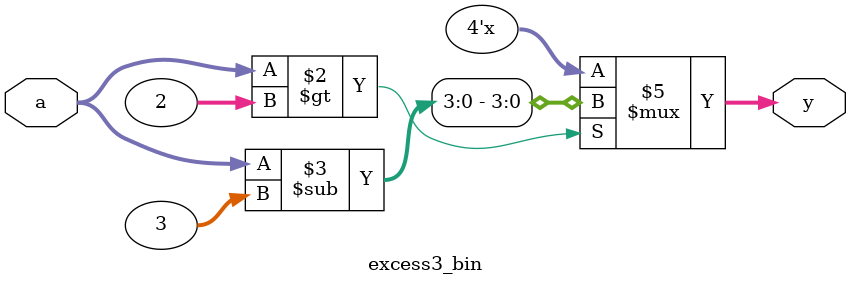
<source format=v>
module excess3_bin(a,y);
  input [3:0]a;
    output reg [3:0]y;
	  always @(a) begin
		      if(a>2) begin
						y=a-3;
						    end
							  end
							  endmodule

</source>
